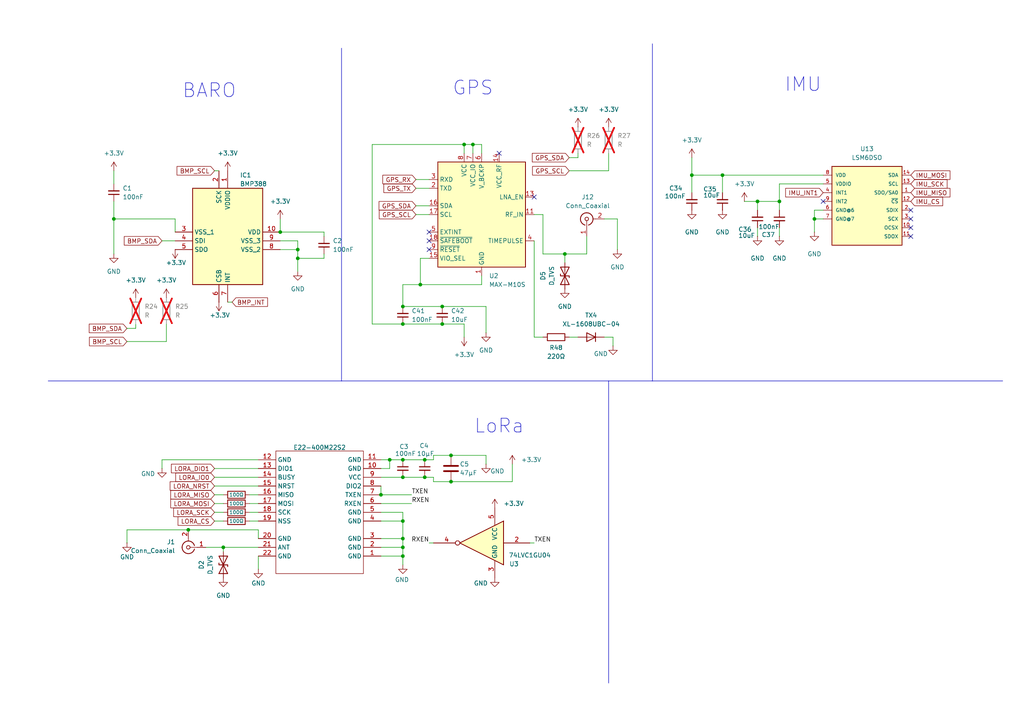
<source format=kicad_sch>
(kicad_sch (version 20250114) (generator "eeschema") (generator_version "9.0")
  (paper "A4")
  (lib_symbols
    (symbol "74xGxx:74LVC1GU04"
      (property "Reference" "U" (at -2.54 3.81 0))
      (property "Value" "74LVC1GU04" (at 0 -3.81 0))
      (symbol "74LVC1GU04_0_1"
        (polyline (pts (xy -7.62 6.35) (xy -7.62 -6.35) (xy 5.08 0) (xy -7.62 6.35)) (stroke (width 0.254)) (fill (type background)))
      )
      (symbol "74LVC1GU04_1_1"
        (pin input line (at -15.24 0 0) (length 7.62) (name "~") (number "2"))
        (pin no_connect line (at -7.62 2.54 0) (length 2.54) (hide yes) (name "NC") (number "1"))
        (pin power_in line (at -5.08 10.16 270) (length 5.08) (name "VCC") (number "5"))
        (pin power_in line (at -5.08 -10.16 90) (length 5.08) (name "GND") (number "3"))
        (pin output inverted (at 12.7 0 180) (length 7.62) (name "~") (number "4"))
      )
    )
    (symbol "BMP388:BMP388"
      (property "Reference" "IC" (at 26.67 17.78 0))
      (property "Value" "BMP388" (at 26.67 15.24 0))
      (symbol "BMP388_1_1"
        (rectangle (start 5.08 12.7) (end 25.4 -15.24) (stroke (width 0.254)) (fill (type background)))
        (pin passive line (at 0 0 0) (length 5.08) (name "VSS_1") (number "3"))
        (pin passive line (at 0 -2.54 0) (length 5.08) (name "SDI") (number "4"))
        (pin passive line (at 0 -5.08 0) (length 5.08) (name "SDO") (number "5"))
        (pin passive line (at 12.7 17.78 270) (length 5.08) (name "SCK") (number "2"))
        (pin passive line (at 12.7 -20.32 90) (length 5.08) (name "CSB") (number "6"))
        (pin passive line (at 15.24 17.78 270) (length 5.08) (name "VDDIO") (number "1"))
        (pin passive line (at 15.24 -20.32 90) (length 5.08) (name "INT") (number "7"))
        (pin passive line (at 30.48 0 180) (length 5.08) (name "VDD") (number "10"))
        (pin passive line (at 30.48 -2.54 180) (length 5.08) (name "VSS_3") (number "9"))
        (pin passive line (at 30.48 -5.08 180) (length 5.08) (name "VSS_2") (number "8"))
      )
    )
    (symbol "Connector:Conn_Coaxial" (pin_names (offset 1.016) (hide yes))
      (property "Reference" "J" (at 0.254 3.048 0))
      (property "Value" "Conn_Coaxial" (at 2.921 0 90))
      (symbol "Conn_Coaxial_0_1"
        (polyline (pts (xy -2.54 0) (xy -0.508 0)))
        (arc (start 1.778 0) (mid 0.222 -1.8079) (end -1.778 -0.508) (stroke (width 0.254)))
        (arc (start -1.778 0.508) (mid 0.2221 1.8084) (end 1.778 0) (stroke (width 0.254)))
        (circle (center 0 0) (radius 0.508) (stroke (width 0.2032)))
        (polyline (pts (xy 0 -2.54) (xy 0 -1.778)))
      )
      (symbol "Conn_Coaxial_1_1"
        (pin passive line (at -5.08 0 0) (length 2.54) (name "In") (number "1"))
        (pin passive line (at 0 -5.08 90) (length 2.54) (name "Ext") (number "2"))
      )
    )
    (symbol "Device:C" (pin_numbers (hide yes)) (pin_names (offset 0.254))
      (property "Reference" "C" (at 0.635 2.54 0))
      (property "Value" "C" (at 0.635 -2.54 0))
      (symbol "C_0_1"
        (polyline (pts (xy -2.032 0.762) (xy 2.032 0.762)) (stroke (width 0.508)))
        (polyline (pts (xy -2.032 -0.762) (xy 2.032 -0.762)) (stroke (width 0.508)))
      )
      (symbol "C_1_1"
        (pin passive line (at 0 3.81 270) (length 2.794) (name "~") (number "1"))
        (pin passive line (at 0 -3.81 90) (length 2.794) (name "~") (number "2"))
      )
    )
    (symbol "Device:C_Small" (pin_numbers (hide yes)) (pin_names (offset 0.254) (hide yes))
      (property "Reference" "C" (at 0.254 1.778 0))
      (property "Value" "C_Small" (at 0.254 -2.032 0))
      (symbol "C_Small_0_1"
        (polyline (pts (xy -1.524 0.508) (xy 1.524 0.508)) (stroke (width 0.3048)))
        (polyline (pts (xy -1.524 -0.508) (xy 1.524 -0.508)) (stroke (width 0.3302)))
      )
      (symbol "C_Small_1_1"
        (pin passive line (at 0 2.54 270) (length 2.032) (name "~") (number "1"))
        (pin passive line (at 0 -2.54 90) (length 2.032) (name "~") (number "2"))
      )
    )
    (symbol "Device:D_TVS" (pin_numbers (hide yes)) (pin_names (offset 1.016) (hide yes))
      (property "Reference" "D" (at 0 2.54 0))
      (property "Value" "D_TVS" (at 0 -2.54 0))
      (symbol "D_TVS_0_1"
        (polyline (pts (xy -2.54 1.27) (xy -2.54 -1.27) (xy 2.54 1.27) (xy 2.54 -1.27) (xy -2.54 1.27)) (stroke (width 0.254)))
        (polyline (pts (xy 0.508 1.27) (xy 0 1.27) (xy 0 -1.27) (xy -0.508 -1.27)) (stroke (width 0.254)))
        (polyline (pts (xy 1.27 0) (xy -1.27 0)))
      )
      (symbol "D_TVS_1_1"
        (pin passive line (at -3.81 0 0) (length 2.54) (name "A1") (number "1"))
        (pin passive line (at 3.81 0 180) (length 2.54) (name "A2") (number "2"))
      )
    )
    (symbol "Device:R" (pin_numbers (hide yes)) (pin_names (offset 0))
      (property "Reference" "R" (at 2.032 0 90))
      (property "Value" "R" (at 0 0 90))
      (symbol "R_0_1"
        (rectangle (start -1.016 -2.54) (end 1.016 2.54) (stroke (width 0.254)))
      )
      (symbol "R_1_1"
        (pin passive line (at 0 3.81 270) (length 1.27) (name "~") (number "1"))
        (pin passive line (at 0 -3.81 90) (length 1.27) (name "~") (number "2"))
      )
    )
    (symbol "Diode:1SS355VM" (pin_numbers (hide yes)) (pin_names (hide yes))
      (property "Reference" "D" (at 0 2.54 0))
      (property "Value" "1SS355VM" (at 0 -2.54 0))
      (symbol "1SS355VM_0_1"
        (polyline (pts (xy -1.27 1.27) (xy -1.27 -1.27)) (stroke (width 0.254)))
        (polyline (pts (xy 1.27 1.27) (xy 1.27 -1.27) (xy -1.27 0) (xy 1.27 1.27)) (stroke (width 0.254)))
        (polyline (pts (xy 1.27 0) (xy -1.27 0)))
      )
      (symbol "1SS355VM_1_1"
        (pin passive line (at -3.81 0 0) (length 2.54) (name "K") (number "1"))
        (pin passive line (at 3.81 0 180) (length 2.54) (name "A") (number "2"))
      )
    )
    (symbol "LSM6DSO:LSM6DSO" (pin_names (offset 1.016))
      (property "Reference" "U" (at -10.16 13.208 0))
      (symbol "LSM6DSO_0_0"
        (rectangle (start -10.16 -10.16) (end 10.16 12.7) (stroke (width 0.254)) (fill (type background)))
        (pin bidirectional line (at -12.7 10.16 0) (length 2.54) (name "VDD") (number "8"))
        (pin bidirectional line (at -12.7 7.62 0) (length 2.54) (name "VDDIO") (number "5"))
        (pin bidirectional line (at -12.7 5.08 0) (length 2.54) (name "INT1") (number "4"))
        (pin bidirectional line (at -12.7 2.54 0) (length 2.54) (name "INT2") (number "9"))
        (pin bidirectional line (at -12.7 0 0) (length 2.54) (name "GND@6") (number "6"))
        (pin bidirectional line (at -12.7 -2.54 0) (length 2.54) (name "GND@7") (number "7"))
        (pin bidirectional line (at 12.7 10.16 180) (length 2.54) (name "SDA") (number "14"))
        (pin bidirectional line (at 12.7 7.62 180) (length 2.54) (name "SCL") (number "13"))
        (pin bidirectional line (at 12.7 5.08 180) (length 2.54) (name "SDO/SA0") (number "1"))
        (pin bidirectional line (at 12.7 2.54 180) (length 2.54) (name "~{CS}") (number "12"))
        (pin bidirectional line (at 12.7 0 180) (length 2.54) (name "SDIX") (number "2"))
        (pin bidirectional line (at 12.7 -2.54 180) (length 2.54) (name "SCX") (number "3"))
        (pin bidirectional line (at 12.7 -5.08 180) (length 2.54) (name "OCSX") (number "10"))
        (pin bidirectional line (at 12.7 -7.62 180) (length 2.54) (name "SDOX") (number "11"))
      )
    )
    (symbol "My:E22-400M22S"
      (property "Reference" "U" (at 0 0 0))
      (symbol "E22-400M22S_0_1"
        (rectangle (start -12.7 17.78) (end 12.7 -17.78))
      )
      (symbol "E22-400M22S_1_1"
        (pin unspecified line (at -17.78 15.24 0) (length 5.08) (name "GND") (number "12"))
        (pin unspecified line (at -17.78 12.7 0) (length 5.08) (name "DIO1") (number "13"))
        (pin unspecified line (at -17.78 10.16 0) (length 5.08) (name "BUSY") (number "14"))
        (pin unspecified line (at -17.78 7.62 0) (length 5.08) (name "NRST") (number "15"))
        (pin unspecified line (at -17.78 5.08 0) (length 5.08) (name "MISO") (number "16"))
        (pin unspecified line (at -17.78 2.54 0) (length 5.08) (name "MOSI") (number "17"))
        (pin unspecified line (at -17.78 0 0) (length 5.08) (name "SCK") (number "18"))
        (pin unspecified line (at -17.78 -2.54 0) (length 5.08) (name "NSS") (number "19"))
        (pin unspecified line (at -17.78 -7.62 0) (length 5.08) (name "GND") (number "20"))
        (pin unspecified line (at -17.78 -10.16 0) (length 5.08) (name "ANT") (number "21"))
        (pin unspecified line (at -17.78 -12.7 0) (length 5.08) (name "GND") (number "22"))
        (pin unspecified line (at 17.78 15.24 180) (length 5.08) (name "GND") (number "11"))
        (pin unspecified line (at 17.78 12.7 180) (length 5.08) (name "GND") (number "10"))
        (pin unspecified line (at 17.78 10.16 180) (length 5.08) (name "VCC") (number "9"))
        (pin unspecified line (at 17.78 7.62 180) (length 5.08) (name "DIO2") (number "8"))
        (pin unspecified line (at 17.78 5.08 180) (length 5.08) (name "TXEN") (number "7"))
        (pin unspecified line (at 17.78 2.54 180) (length 5.08) (name "RXEN") (number "6"))
        (pin unspecified line (at 17.78 0 180) (length 5.08) (name "GND") (number "5"))
        (pin unspecified line (at 17.78 -2.54 180) (length 5.08) (name "GND") (number "4"))
        (pin unspecified line (at 17.78 -7.62 180) (length 5.08) (name "GND") (number "3"))
        (pin unspecified line (at 17.78 -10.16 180) (length 5.08) (name "GND") (number "2"))
        (pin unspecified line (at 17.78 -12.7 180) (length 5.08) (name "GND") (number "1"))
      )
    )
    (symbol "RF_GPS:MAX-M10S"
      (property "Reference" "U" (at -10.16 16.51 0))
      (property "Value" "MAX-M10S" (at 11.43 16.51 0))
      (symbol "MAX-M10S_0_1"
        (rectangle (start 12.7 15.24) (end -12.7 -15.24) (stroke (width 0.254)) (fill (type background)))
      )
      (symbol "MAX-M10S_1_1"
        (pin input line (at -15.24 10.16 0) (length 2.54) (name "RXD") (number "3"))
        (pin output line (at -15.24 7.62 0) (length 2.54) (name "TXD") (number "2"))
        (pin bidirectional line (at -15.24 2.54 0) (length 2.54) (name "SDA") (number "16"))
        (pin input line (at -15.24 0 0) (length 2.54) (name "SCL") (number "17"))
        (pin input line (at -15.24 -5.08 0) (length 2.54) (name "EXTINT") (number "5"))
        (pin input line (at -15.24 -7.62 0) (length 2.54) (name "~{SAFEBOOT}") (number "18"))
        (pin input line (at -15.24 -10.16 0) (length 2.54) (name "~{RESET}") (number "9"))
        (pin input line (at -15.24 -12.7 0) (length 2.54) (name "VIO_SEL") (number "15"))
        (pin power_in line (at -5.08 17.78 270) (length 2.54) (name "VCC") (number "8"))
        (pin power_in line (at -2.54 17.78 270) (length 2.54) (name "VCC_IO") (number "7"))
        (pin power_in line (at 0 17.78 270) (length 2.54) (name "V_BCKP") (number "6"))
        (pin power_in line (at 0 -17.78 90) (length 2.54) (name "GND") (number "1"))
        (pin passive line (at 0 -17.78 90) (length 2.54) (hide yes) (name "GND") (number "10"))
        (pin passive line (at 0 -17.78 90) (length 2.54) (hide yes) (name "GND") (number "12"))
        (pin power_out line (at 5.08 17.78 270) (length 2.54) (name "VCC_RF") (number "14"))
        (pin output line (at 15.24 5.08 180) (length 2.54) (name "LNA_EN") (number "13"))
        (pin input line (at 15.24 0 180) (length 2.54) (name "RF_IN") (number "11"))
        (pin output line (at 15.24 -7.62 180) (length 2.54) (name "TIMEPULSE") (number "4"))
      )
    )
    (symbol "power:+3.3V" (power) (pin_numbers (hide yes)) (pin_names (offset 0) (hide yes))
      (property "Value" "+3.3V" (at 0 3.556 0))
      (symbol "+3.3V_0_1"
        (polyline (pts (xy -0.762 1.27) (xy 0 2.54)))
        (polyline (pts (xy 0 2.54) (xy 0.762 1.27)))
        (polyline (pts (xy 0 0) (xy 0 2.54)))
      )
      (symbol "+3.3V_1_1"
        (pin power_in line (at 0 0 90) (length 0) (name "~") (number "1"))
      )
    )
    (symbol "power:GND" (power) (pin_numbers (hide yes)) (pin_names (offset 0) (hide yes))
      (property "Value" "GND" (at 0 -3.81 0))
      (symbol "GND_0_1"
        (polyline (pts (xy 0 0) (xy 0 -1.27) (xy 1.27 -1.27) (xy 0 -2.54) (xy -1.27 -1.27) (xy 0 -1.27)))
      )
      (symbol "GND_1_1"
        (pin power_in line (at 0 0 270) (length 0) (name "~") (number "1"))
      )
    )
  )
  (text "GPS" (at 137.16 25.654 0) (effects (font (size 4 4))))
  (text "IMU" (at 232.918 24.638 0) (effects (font (size 4 4))))
  (text "LoRa" (at 144.78 123.698 0) (effects (font (size 4 4))))
  (text "BARO" (at 60.706 26.416 0) (effects (font (size 4 4))))
  (junction (at 226.06 58.42))
  (junction (at 116.84 158.75))
  (junction (at 130.81 132.08))
  (junction (at 64.77 158.75))
  (junction (at 134.62 41.91))
  (junction (at 121.92 82.55))
  (junction (at 116.84 88.9))
  (junction (at 86.36 74.93))
  (junction (at 123.19 133.35))
  (junction (at 128.27 93.98))
  (junction (at 81.28 67.31))
  (junction (at 116.84 156.21))
  (junction (at 137.16 41.91))
  (junction (at 110.49 143.51))
  (junction (at 209.55 50.8))
  (junction (at 123.19 138.43))
  (junction (at 116.84 161.29))
  (junction (at 128.27 88.9))
  (junction (at 116.84 133.35))
  (junction (at 54.61 153.67))
  (junction (at 33.02 63.5))
  (junction (at 163.83 73.66))
  (junction (at 113.03 133.35))
  (junction (at 86.36 72.39))
  (junction (at 219.71 58.42))
  (junction (at 116.84 138.43))
  (junction (at 130.81 139.7))
  (junction (at 200.66 50.8))
  (junction (at 116.84 151.13))
  (junction (at 116.84 93.98))
  (junction (at 236.22 63.5))
  (no_connect (at 264.16 63.5))
  (no_connect (at 124.46 67.31))
  (no_connect (at 154.94 57.15))
  (no_connect (at 264.16 60.96))
  (no_connect (at 264.16 66.04))
  (no_connect (at 124.46 72.39))
  (no_connect (at 144.78 44.45))
  (no_connect (at 124.46 69.85))
  (no_connect (at 264.16 68.58))
  (no_connect (at 238.76 58.42))
  (wire (pts (xy 59.69 158.75) (xy 64.77 158.75)))
  (wire (pts (xy 125.73 132.08) (xy 130.81 132.08)))
  (wire (pts (xy 236.22 63.5) (xy 236.22 67.31)))
  (wire (pts (xy 110.49 143.51) (xy 119.38 143.51)))
  (wire (pts (xy 154.94 97.79) (xy 157.48 97.79)))
  (wire (pts (xy 167.64 45.72) (xy 167.64 44.45)))
  (wire (pts (xy 177.8 97.79) (xy 175.26 97.79)))
  (wire (pts (xy 148.59 139.7) (xy 130.81 139.7)))
  (wire (pts (xy 137.16 41.91) (xy 139.7 41.91)))
  (wire (pts (xy 238.76 60.96) (xy 236.22 60.96)))
  (polyline (pts (xy 99.06 110.49) (xy 99.06 13.97)))
  (wire (pts (xy 157.48 62.23) (xy 157.48 73.66)))
  (wire (pts (xy 116.84 151.13) (xy 116.84 156.21)))
  (wire (pts (xy 62.23 49.53) (xy 63.5 49.53)))
  (wire (pts (xy 116.84 133.35) (xy 123.19 133.35)))
  (wire (pts (xy 116.84 88.9) (xy 116.84 82.55)))
  (wire (pts (xy 219.71 58.42) (xy 215.9 58.42)))
  (wire (pts (xy 123.19 133.35) (xy 125.73 133.35)))
  (wire (pts (xy 110.49 133.35) (xy 113.03 133.35)))
  (wire (pts (xy 209.55 50.8) (xy 238.76 50.8)))
  (polyline (pts (xy 176.53 198.12) (xy 176.53 110.49)))
  (wire (pts (xy 170.18 68.58) (xy 170.18 73.66)))
  (wire (pts (xy 116.84 156.21) (xy 116.84 158.75)))
  (wire (pts (xy 64.77 158.75) (xy 74.93 158.75)))
  (wire (pts (xy 33.02 58.42) (xy 33.02 63.5)))
  (wire (pts (xy 124.46 74.93) (xy 121.92 74.93)))
  (wire (pts (xy 154.94 69.85) (xy 154.94 97.79)))
  (wire (pts (xy 33.02 73.66) (xy 33.02 63.5)))
  (wire (pts (xy 48.26 99.06) (xy 48.26 93.98)))
  (wire (pts (xy 36.83 153.67) (xy 36.83 157.48)))
  (wire (pts (xy 33.02 63.5) (xy 50.8 63.5)))
  (wire (pts (xy 72.39 146.05) (xy 74.93 146.05)))
  (wire (pts (xy 128.27 88.9) (xy 140.97 88.9)))
  (wire (pts (xy 165.1 49.53) (xy 176.53 49.53)))
  (wire (pts (xy 72.39 143.51) (xy 74.93 143.51)))
  (wire (pts (xy 137.16 41.91) (xy 137.16 44.45)))
  (wire (pts (xy 116.84 138.43) (xy 123.19 138.43)))
  (wire (pts (xy 134.62 41.91) (xy 134.62 44.45)))
  (wire (pts (xy 120.65 62.23) (xy 124.46 62.23)))
  (wire (pts (xy 62.23 146.05) (xy 64.77 146.05)))
  (wire (pts (xy 62.23 148.59) (xy 64.77 148.59)))
  (wire (pts (xy 125.73 138.43) (xy 125.73 139.7)))
  (wire (pts (xy 219.71 66.04) (xy 219.71 68.58)))
  (polyline (pts (xy 290.83 110.49) (xy 189.23 110.49)))
  (wire (pts (xy 177.8 100.33) (xy 177.8 97.79)))
  (wire (pts (xy 120.65 52.07) (xy 124.46 52.07)))
  (wire (pts (xy 238.76 53.34) (xy 226.06 53.34)))
  (wire (pts (xy 46.99 69.85) (xy 50.8 69.85)))
  (wire (pts (xy 113.03 133.35) (xy 116.84 133.35)))
  (wire (pts (xy 120.65 54.61) (xy 124.46 54.61)))
  (wire (pts (xy 153.67 157.48) (xy 154.94 157.48)))
  (wire (pts (xy 81.28 67.31) (xy 93.98 67.31)))
  (wire (pts (xy 81.28 63.5) (xy 81.28 67.31)))
  (wire (pts (xy 120.65 59.69) (xy 124.46 59.69)))
  (wire (pts (xy 165.1 45.72) (xy 167.64 45.72)))
  (wire (pts (xy 134.62 93.98) (xy 134.62 97.79)))
  (wire (pts (xy 64.77 158.75) (xy 64.77 160.02)))
  (wire (pts (xy 200.66 50.8) (xy 209.55 50.8)))
  (wire (pts (xy 121.92 74.93) (xy 121.92 82.55)))
  (wire (pts (xy 36.83 95.25) (xy 39.37 95.25)))
  (wire (pts (xy 130.81 132.08) (xy 140.97 132.08)))
  (wire (pts (xy 74.93 156.21) (xy 74.93 153.67)))
  (wire (pts (xy 163.83 73.66) (xy 170.18 73.66)))
  (wire (pts (xy 72.39 148.59) (xy 74.93 148.59)))
  (wire (pts (xy 116.84 93.98) (xy 128.27 93.98)))
  (wire (pts (xy 86.36 72.39) (xy 86.36 74.93)))
  (wire (pts (xy 93.98 68.58) (xy 93.98 67.31)))
  (wire (pts (xy 74.93 133.35) (xy 46.99 133.35)))
  (wire (pts (xy 179.07 63.5) (xy 179.07 72.39)))
  (wire (pts (xy 107.95 93.98) (xy 116.84 93.98)))
  (wire (pts (xy 116.84 158.75) (xy 116.84 161.29)))
  (wire (pts (xy 167.64 97.79) (xy 165.1 97.79)))
  (wire (pts (xy 226.06 66.04) (xy 226.06 68.58)))
  (wire (pts (xy 110.49 135.89) (xy 113.03 135.89)))
  (wire (pts (xy 200.66 45.72) (xy 200.66 50.8)))
  (wire (pts (xy 110.49 140.97) (xy 110.49 143.51)))
  (wire (pts (xy 66.04 87.63) (xy 67.31 87.63)))
  (wire (pts (xy 62.23 138.43) (xy 74.93 138.43)))
  (wire (pts (xy 176.53 49.53) (xy 176.53 44.45)))
  (wire (pts (xy 110.49 156.21) (xy 116.84 156.21)))
  (wire (pts (xy 72.39 151.13) (xy 74.93 151.13)))
  (wire (pts (xy 139.7 41.91) (xy 139.7 44.45)))
  (wire (pts (xy 33.02 49.53) (xy 33.02 53.34)))
  (wire (pts (xy 134.62 41.91) (xy 137.16 41.91)))
  (wire (pts (xy 110.49 146.05) (xy 119.38 146.05)))
  (wire (pts (xy 125.73 133.35) (xy 125.73 132.08)))
  (wire (pts (xy 125.73 139.7) (xy 130.81 139.7)))
  (wire (pts (xy 219.71 58.42) (xy 219.71 60.96)))
  (wire (pts (xy 81.28 72.39) (xy 86.36 72.39)))
  (wire (pts (xy 81.28 69.85) (xy 86.36 69.85)))
  (wire (pts (xy 50.8 63.5) (xy 50.8 67.31)))
  (wire (pts (xy 157.48 73.66) (xy 163.83 73.66)))
  (wire (pts (xy 139.7 82.55) (xy 139.7 80.01)))
  (wire (pts (xy 86.36 72.39) (xy 86.36 69.85)))
  (wire (pts (xy 236.22 63.5) (xy 238.76 63.5)))
  (polyline (pts (xy 99.06 110.49) (xy 13.97 110.49)))
  (wire (pts (xy 39.37 95.25) (xy 39.37 93.98)))
  (wire (pts (xy 209.55 50.8) (xy 209.55 55.88)))
  (wire (pts (xy 110.49 148.59) (xy 116.84 148.59)))
  (wire (pts (xy 93.98 74.93) (xy 86.36 74.93)))
  (wire (pts (xy 62.23 143.51) (xy 64.77 143.51)))
  (wire (pts (xy 110.49 161.29) (xy 116.84 161.29)))
  (wire (pts (xy 175.26 63.5) (xy 179.07 63.5)))
  (wire (pts (xy 93.98 74.93) (xy 93.98 73.66)))
  (wire (pts (xy 124.46 157.48) (xy 125.73 157.48)))
  (wire (pts (xy 86.36 74.93) (xy 86.36 78.74)))
  (wire (pts (xy 116.84 161.29) (xy 116.84 163.83)))
  (wire (pts (xy 123.19 138.43) (xy 125.73 138.43)))
  (wire (pts (xy 107.95 41.91) (xy 107.95 93.98)))
  (wire (pts (xy 36.83 99.06) (xy 48.26 99.06)))
  (wire (pts (xy 148.59 134.62) (xy 148.59 139.7)))
  (wire (pts (xy 107.95 41.91) (xy 134.62 41.91)))
  (wire (pts (xy 116.84 88.9) (xy 128.27 88.9)))
  (wire (pts (xy 226.06 53.34) (xy 226.06 58.42)))
  (wire (pts (xy 200.66 50.8) (xy 200.66 55.88)))
  (polyline (pts (xy 176.53 110.49) (xy 99.06 110.49)))
  (wire (pts (xy 154.94 62.23) (xy 157.48 62.23)))
  (wire (pts (xy 36.83 153.67) (xy 54.61 153.67)))
  (polyline (pts (xy 189.23 110.49) (xy 189.23 12.7)))
  (wire (pts (xy 110.49 158.75) (xy 116.84 158.75)))
  (wire (pts (xy 113.03 135.89) (xy 113.03 133.35)))
  (wire (pts (xy 140.97 132.08) (xy 140.97 134.62)))
  (wire (pts (xy 163.83 73.66) (xy 163.83 76.2)))
  (wire (pts (xy 226.06 58.42) (xy 226.06 60.96)))
  (wire (pts (xy 62.23 151.13) (xy 64.77 151.13)))
  (wire (pts (xy 62.23 140.97) (xy 74.93 140.97)))
  (polyline (pts (xy 189.23 110.49) (xy 176.53 110.49)))
  (wire (pts (xy 226.06 58.42) (xy 219.71 58.42)))
  (wire (pts (xy 46.99 135.89) (xy 46.99 133.35)))
  (wire (pts (xy 116.84 148.59) (xy 116.84 151.13)))
  (wire (pts (xy 128.27 93.98) (xy 134.62 93.98)))
  (wire (pts (xy 236.22 60.96) (xy 236.22 63.5)))
  (wire (pts (xy 54.61 153.67) (xy 74.93 153.67)))
  (wire (pts (xy 140.97 88.9) (xy 140.97 96.52)))
  (wire (pts (xy 116.84 82.55) (xy 121.92 82.55)))
  (wire (pts (xy 121.92 82.55) (xy 139.7 82.55)))
  (wire (pts (xy 74.93 161.29) (xy 74.93 165.1)))
  (wire (pts (xy 110.49 151.13) (xy 116.84 151.13)))
  (wire (pts (xy 110.49 138.43) (xy 116.84 138.43)))
  (wire (pts (xy 62.23 135.89) (xy 74.93 135.89)))
  (label "RXEN" (at 119.38 146.05 0))
  (label "TXEN" (at 154.94 157.48 0))
  (label "RXEN" (at 124.46 157.48 180))
  (label "TXEN" (at 119.38 143.51 0))
  (global_label "IMU_MISO" (shape input) (at 264.16 55.88 0) (property "Intersheetrefs" "${INTERSHEET_REFS}" (effects (hide yes))))
  (global_label "GPS_SDA" (shape input) (at 165.1 45.72 180) (property "Intersheetrefs" "${INTERSHEET_REFS}" (effects (hide yes))))
  (global_label "LORA_MOSI" (shape input) (at 62.23 146.05 180) (property "Intersheetrefs" "${INTERSHEET_REFS}" (effects (hide yes))))
  (global_label "IMU_INT1" (shape input) (at 238.76 55.88 180) (property "Intersheetrefs" "${INTERSHEET_REFS}" (effects (hide yes))))
  (global_label "LORA_NRST" (shape input) (at 62.23 140.97 180) (property "Intersheetrefs" "${INTERSHEET_REFS}" (effects (hide yes))))
  (global_label "LORA_MISO" (shape input) (at 62.23 143.51 180) (property "Intersheetrefs" "${INTERSHEET_REFS}" (effects (hide yes))))
  (global_label "GPS_SCL" (shape input) (at 120.65 62.23 180) (property "Intersheetrefs" "${INTERSHEET_REFS}" (effects (hide yes))))
  (global_label "IMU_SCK" (shape input) (at 264.16 53.34 0) (property "Intersheetrefs" "${INTERSHEET_REFS}" (effects (hide yes))))
  (global_label "LORA_SCK" (shape input) (at 62.23 148.59 180) (property "Intersheetrefs" "${INTERSHEET_REFS}" (effects (hide yes))))
  (global_label "IMU_MOSI" (shape input) (at 264.16 50.8 0) (property "Intersheetrefs" "${INTERSHEET_REFS}" (effects (hide yes))))
  (global_label "BMP_SCL" (shape input) (at 62.23 49.53 180) (property "Intersheetrefs" "${INTERSHEET_REFS}" (effects (hide yes))))
  (global_label "BMP_SDA" (shape input) (at 36.83 95.25 180) (property "Intersheetrefs" "${INTERSHEET_REFS}" (effects (hide yes))))
  (global_label "LORA_CS" (shape input) (at 62.23 151.13 180) (property "Intersheetrefs" "${INTERSHEET_REFS}" (effects (hide yes))))
  (global_label "GPS_SDA" (shape input) (at 120.65 59.69 180) (property "Intersheetrefs" "${INTERSHEET_REFS}" (effects (hide yes))))
  (global_label "GPS_SCL" (shape input) (at 165.1 49.53 180) (property "Intersheetrefs" "${INTERSHEET_REFS}" (effects (hide yes))))
  (global_label "BMP_SDA" (shape input) (at 46.99 69.85 180) (property "Intersheetrefs" "${INTERSHEET_REFS}" (effects (hide yes))))
  (global_label "GPS_TX" (shape input) (at 120.65 54.61 180) (property "Intersheetrefs" "${INTERSHEET_REFS}" (effects (hide yes))))
  (global_label "BMP_INT" (shape input) (at 67.31 87.63 0) (property "Intersheetrefs" "${INTERSHEET_REFS}" (effects (hide yes))))
  (global_label "LORA_DIO1" (shape input) (at 62.23 135.89 180) (property "Intersheetrefs" "${INTERSHEET_REFS}" (effects (hide yes))))
  (global_label "BMP_SCL" (shape input) (at 36.83 99.06 180) (property "Intersheetrefs" "${INTERSHEET_REFS}" (effects (hide yes))))
  (global_label "GPS_RX" (shape input) (at 120.65 52.07 180) (property "Intersheetrefs" "${INTERSHEET_REFS}" (effects (hide yes))))
  (global_label "IMU_CS" (shape input) (at 264.16 58.42 0) (property "Intersheetrefs" "${INTERSHEET_REFS}" (effects (hide yes))))
  (global_label "LORA_IO0" (shape input) (at 62.23 138.43 180) (property "Intersheetrefs" "${INTERSHEET_REFS}" (effects (hide yes))))
  (symbol (lib_id "power:+3.3V") (at 167.64 36.83 0) (unit 1)
    (property "Reference" "#PWR0123" (effects (hide yes)))
    (property "Value" "+3.3V" (at 167.64 31.75 0))
    (property "Description" "Power symbol creates a global label with name \"+3.3V\"" (effects (hide yes)))
  )
  (symbol (lib_id "Connector:Conn_Coaxial") (at 54.61 158.75 180) (unit 1)
    (property "Reference" "J1" (at 50.8 157.1867 0) (effects (justify left)))
    (property "Value" "Conn_Coaxial" (at 50.8 159.7267 0) (effects (justify left)))
    (property "Footprint" "Connector_Coaxial:SMA_Molex_73251-2200_Horizontal" (effects (hide yes)))
    (property "Description" "coaxial connector (BNC, SMA, SMB, SMC, Cinch/RCA, LEMO, ...)" (effects (hide yes)))
  )
  (symbol (lib_id "power:+3.3V") (at 50.8 72.39 180) (unit 1)
    (property "Reference" "#PWR03" (effects (hide yes)))
    (property "Value" "+3.3V" (at 51.054 76.2 0))
    (property "Description" "Power symbol creates a global label with name \"+3.3V\"" (effects (hide yes)))
  )
  (symbol (lib_id "power:GND") (at 219.71 68.58 0) (unit 1)
    (property "Reference" "#PWR0119" (effects (hide yes)))
    (property "Value" "GND" (at 219.71 74.93 0))
    (property "Description" "Power symbol creates a global label with name \"GND\" , ground" (effects (hide yes)))
  )
  (symbol (lib_id "power:GND") (at 163.83 83.82 0) (unit 1)
    (property "Reference" "#PWR091" (effects (hide yes)))
    (property "Value" "GND" (at 163.83 88.9 0))
    (property "Description" "Power symbol creates a global label with name \"GND\" , ground" (effects (hide yes)))
  )
  (symbol (lib_id "power:GND") (at 64.77 167.64 0) (unit 1)
    (property "Reference" "#PWR0140" (effects (hide yes)))
    (property "Value" "GND" (at 64.77 172.72 0))
    (property "Description" "Power symbol creates a global label with name \"GND\" , ground" (effects (hide yes)))
  )
  (symbol (lib_id "Device:C") (at 130.81 135.89 0) (unit 1)
    (property "Reference" "C5" (at 133.35 134.62 0) (effects (justify left)))
    (property "Value" "47 µF" (at 133.35 137.16 0) (effects (justify left)))
    (property "Footprint" "Capacitor_SMD:C_1206_3216Metric" (effects (hide yes)))
    (property "Description" "Unpolarized capacitor" (effects (hide yes)))
  )
  (symbol (lib_id "Device:R") (at 68.58 148.59 90) (unit 1)
    (property "Reference" "R3" (effects (hide yes)))
    (property "Value" "100Ω" (at 68.58 148.59 90) (effects (font (size 1.016 1.016))))
    (property "Footprint" "Resistor_SMD:R_0402_1005Metric" (effects (hide yes)))
    (property "Description" "Resistor" (effects (hide yes)))
  )
  (symbol (lib_id "Device:R") (at 68.58 146.05 90) (unit 1)
    (property "Reference" "R2" (effects (hide yes)))
    (property "Value" "100Ω" (at 68.58 146.05 90) (effects (font (size 1.016 1.016))))
    (property "Footprint" "Resistor_SMD:R_0402_1005Metric" (effects (hide yes)))
    (property "Description" "Resistor" (effects (hide yes)))
  )
  (symbol (lib_id "Device:C_Small") (at 116.84 91.44 180) (unit 1)
    (property "Reference" "C41" (at 119.38 90.1635 0) (effects (justify right)))
    (property "Value" "100nF" (at 119.38 92.7035 0) (effects (justify right)))
    (property "Footprint" "Capacitor_SMD:C_0402_1005Metric" (effects (hide yes)))
    (property "Description" "Unpolarized capacitor, small symbol" (effects (hide yes)))
  )
  (symbol (lib_id "Connector:Conn_Coaxial") (at 170.18 63.5 90) (unit 1)
    (property "Reference" "J12" (at 170.4732 57.15 90))
    (property "Value" "Conn_Coaxial" (at 170.4732 59.69 90))
    (property "Footprint" "Connector_Coaxial:SMA_Molex_73251-2200_Horizontal" (effects (hide yes)))
    (property "Description" "coaxial connector (BNC, SMA, SMB, SMC, Cinch/RCA, LEMO, ...)" (effects (hide yes)))
  )
  (symbol (lib_id "BMP388:BMP388") (at 50.8 67.31 0) (unit 1)
    (property "Reference" "IC1" (at 69.596 50.8 0) (effects (justify left)))
    (property "Value" "BMP388" (at 69.596 53.34 0) (effects (justify left)))
    (property "Footprint" "Package_LGA:ST_HLGA-10_2x2mm_P0.5mm_LayoutBorder3x2y" (effects (hide yes)))
    (property "Datasheet" "https://ae-bst.resource.bosch.com/media/_tech/media/datasheets/BST-BMP388-DS001.pdf" (effects (hide yes)))
    (property "Description" "Board Mount Pressure Sensors MEMS Absolute Barometric Pressure Sensor" (effects (hide yes)))
    (property "Height" "0.8" (effects (hide yes)))
    (property "Manufacturer_Name" "BOSCH" (effects (hide yes)))
    (property "Manufacturer_Part_Number" "BMP388" (effects (hide yes)))
  )
  (symbol (lib_id "power:GND") (at 46.99 135.89 0) (unit 1)
    (property "Reference" "#PWR09" (effects (hide yes)))
    (property "Value" "GND" (at 40.894 137.414 0) (effects (justify left)))
    (property "Description" "Power symbol creates a global label with name \"GND\" , ground" (effects (hide yes)))
  )
  (symbol (lib_id "Device:C_Small") (at 226.06 63.5 0) (unit 1)
    (property "Reference" "C37" (at 224.79 68.072 0) (effects (justify right)))
    (property "Value" "100nF" (at 226.06 65.786 0) (effects (justify right)))
    (property "Footprint" "Capacitor_SMD:C_0402_1005Metric" (effects (hide yes)))
    (property "Description" "Unpolarized capacitor, small symbol" (effects (hide yes)))
    (property "MPN" "C0402C104K4RAC7411" (effects (hide yes)))
    (property "Manufacturer" "KEMET" (effects (hide yes)))
  )
  (symbol (lib_id "power:+3.3V") (at 200.66 45.72 0) (unit 1)
    (property "Reference" "#PWR0133" (effects (hide yes)))
    (property "Value" "+3.3V" (at 200.66 40.64 0))
    (property "Description" "Power symbol creates a global label with name \"+3.3V\"" (effects (hide yes)))
  )
  (symbol (lib_id "power:GND") (at 86.36 78.74 0) (unit 1)
    (property "Reference" "#PWR06" (effects (hide yes)))
    (property "Value" "GND" (at 86.36 83.82 0))
    (property "Description" "Power symbol creates a global label with name \"GND\" , ground" (effects (hide yes)))
  )
  (symbol (lib_id "Device:C_Small") (at 93.98 71.12 180) (unit 1)
    (property "Reference" "C2" (at 96.52 69.8435 0) (effects (justify right)))
    (property "Value" "100nF" (at 96.52 72.3835 0) (effects (justify right)))
    (property "Footprint" "Capacitor_SMD:C_0402_1005Metric" (effects (hide yes)))
    (property "Description" "Unpolarized capacitor, small symbol" (effects (hide yes)))
  )
  (symbol (lib_id "Device:D_TVS") (at 64.77 163.83 90) (unit 1)
    (property "Reference" "D2" (at 58.42 163.83 0))
    (property "Value" "D_TVS" (at 60.96 163.83 0))
    (property "Footprint" "Diode_SMD:D_SOD-523" (effects (hide yes)))
    (property "Description" "Bidirectional transient-voltage-suppression diode" (effects (hide yes)))
  )
  (symbol (lib_id "Device:C_Small") (at 219.71 63.5 180) (unit 1)
    (property "Reference" "C36" (at 214.122 66.548 0) (effects (justify right)))
    (property "Value" "10uF" (at 214.122 68.326 0) (effects (justify right)))
    (property "Footprint" "Capacitor_SMD:C_0402_1005Metric" (effects (hide yes)))
    (property "Description" "Unpolarized capacitor, small symbol" (effects (hide yes)))
    (property "MPN" "C0402C106M9PACTU" (effects (hide yes)))
    (property "Manufacturer" "KEMET" (effects (hide yes)))
  )
  (symbol (lib_id "My:E22-400M22S") (at 92.71 148.59 0) (unit 1)
    (property "Reference" "E22-400M22S2" (at 92.71 129.794 0))
    (property "Footprint" "E22-400M22S:E22-400M22S" (effects (hide yes)))
  )
  (symbol (lib_id "power:GND") (at 177.8 100.33 0) (unit 1)
    (property "Reference" "#PWR092" (effects (hide yes)))
    (property "Value" "GND" (at 172.212 102.616 0) (effects (justify left)))
    (property "Description" "Power symbol creates a global label with name \"GND\" , ground" (effects (hide yes)))
  )
  (symbol (lib_id "Device:R") (at 68.58 143.51 90) (unit 1)
    (property "Reference" "R1" (effects (hide yes)))
    (property "Value" "100Ω" (at 68.58 143.51 90) (effects (font (size 1.016 1.016))))
    (property "Footprint" "Resistor_SMD:R_0402_1005Metric" (effects (hide yes)))
    (property "Description" "Resistor" (effects (hide yes)))
  )
  (symbol (lib_id "Device:C_Small") (at 33.02 55.88 180) (unit 1)
    (property "Reference" "C1" (at 35.56 54.6035 0) (effects (justify right)))
    (property "Value" "100nF" (at 35.56 57.1435 0) (effects (justify right)))
    (property "Footprint" "Capacitor_SMD:C_0402_1005Metric" (effects (hide yes)))
    (property "Description" "Unpolarized capacitor, small symbol" (effects (hide yes)))
  )
  (symbol (lib_id "Device:R") (at 176.53 40.64 0) (unit 1) (dnp yes)
    (property "Reference" "R27" (at 179.07 39.3699 0) (effects (justify left)))
    (property "Value" "R" (at 179.07 41.9099 0) (effects (justify left)))
    (property "Footprint" "Resistor_SMD:R_0603_1608Metric" (effects (hide yes)))
    (property "Description" "Resistor" (effects (hide yes)))
  )
  (symbol (lib_id "power:+3.3V") (at 143.51 147.32 0) (unit 1)
    (property "Reference" "#PWR010" (effects (hide yes)))
    (property "Value" "+3.3V" (at 146.05 146.0499 0) (effects (justify left)))
    (property "Description" "Power symbol creates a global label with name \"+3.3V\"" (effects (hide yes)))
  )
  (symbol (lib_id "power:+3.3V") (at 215.9 58.42 0) (unit 1)
    (property "Reference" "#PWR0118" (effects (hide yes)))
    (property "Value" "+3.3V" (at 215.9 53.34 0))
    (property "Description" "Power symbol creates a global label with name \"+3.3V\"" (effects (hide yes)))
  )
  (symbol (lib_id "Device:R") (at 39.37 90.17 0) (unit 1) (dnp yes)
    (property "Reference" "R24" (at 41.91 88.8999 0) (effects (justify left)))
    (property "Value" "R" (at 41.91 91.4399 0) (effects (justify left)))
    (property "Footprint" "Resistor_SMD:R_0603_1608Metric" (effects (hide yes)))
    (property "Description" "Resistor" (effects (hide yes)))
  )
  (symbol (lib_id "power:GND") (at 236.22 67.31 0) (unit 1)
    (property "Reference" "#PWR0115" (effects (hide yes)))
    (property "Value" "GND" (at 236.22 73.66 0))
    (property "Description" "Power symbol creates a global label with name \"GND\" , ground" (effects (hide yes)))
  )
  (symbol (lib_id "Diode:1SS355VM") (at 171.45 97.79 180) (unit 1)
    (property "Reference" "TX4" (at 171.45 91.44 0))
    (property "Value" "XL-1608UBC-04" (at 171.45 93.98 0))
    (property "Footprint" "LED_SMD:LED_0603_1608Metric" (effects (hide yes)))
    (property "Datasheet" "https://fscdn.rohm.com/en/products/databook/datasheet/discrete/diode/switching/1ss355vmte-17-e.pdf" (effects (hide yes)))
    (property "Description" "90V 0.1A high speed switching Diode, SOD-323F" (effects (hide yes)))
    (property "Sim.Device" "D" (effects (hide yes)))
    (property "Sim.Pins" "1=K 2=A" (effects (hide yes)))
  )
  (symbol (lib_id "power:+3.3V") (at 63.5 87.63 180) (unit 1)
    (property "Reference" "#PWR04" (effects (hide yes)))
    (property "Value" "+3.3V" (at 63.754 91.44 0))
    (property "Description" "Power symbol creates a global label with name \"+3.3V\"" (effects (hide yes)))
  )
  (symbol (lib_id "Device:R") (at 161.29 97.79 270) (unit 1)
    (property "Reference" "R48" (at 161.29 100.838 90))
    (property "Value" "220Ω" (at 161.29 103.378 90))
    (property "Footprint" "Resistor_SMD:R_0402_1005Metric" (effects (hide yes)))
    (property "Description" "Resistor" (effects (hide yes)))
  )
  (symbol (lib_id "power:GND") (at 226.06 68.58 0) (unit 1)
    (property "Reference" "#PWR0120" (effects (hide yes)))
    (property "Value" "GND" (at 226.06 74.93 0))
    (property "Description" "Power symbol creates a global label with name \"GND\" , ground" (effects (hide yes)))
  )
  (symbol (lib_id "power:+3.3V") (at 148.59 134.62 0) (unit 1)
    (property "Reference" "#PWR017" (effects (hide yes)))
    (property "Value" "+3.3V" (at 151.13 133.3499 0) (effects (justify left)))
    (property "Description" "Power symbol creates a global label with name \"+3.3V\"" (effects (hide yes)))
  )
  (symbol (lib_id "power:+3.3V") (at 48.26 86.36 0) (unit 1)
    (property "Reference" "#PWR0122" (effects (hide yes)))
    (property "Value" "+3.3V" (at 48.26 81.28 0))
    (property "Description" "Power symbol creates a global label with name \"+3.3V\"" (effects (hide yes)))
  )
  (symbol (lib_id "power:GND") (at 140.97 96.52 0) (unit 1)
    (property "Reference" "#PWR083" (effects (hide yes)))
    (property "Value" "GND" (at 140.97 101.6 0))
    (property "Description" "Power symbol creates a global label with name \"GND\" , ground" (effects (hide yes)))
  )
  (symbol (lib_id "74xGxx:74LVC1GU04") (at 138.43 157.48 0) (mirror y) (unit 1)
    (property "Reference" "U3" (at 149.098 163.576 0))
    (property "Value" "74LVC1GU04" (at 153.67 161.036 0))
    (property "Footprint" "Package_TO_SOT_SMD:SOT-23-5" (effects (hide yes)))
    (property "Datasheet" "http://www.ti.com/lit/sg/scyt129e/scyt129e.pdf" (effects (hide yes)))
    (property "Description" "74LVC1G04, Single NOT Gate, Low-Voltage CMOS" (effects (hide yes)))
  )
  (symbol (lib_id "power:GND") (at 209.55 60.96 0) (unit 1)
    (property "Reference" "#PWR0117" (effects (hide yes)))
    (property "Value" "GND" (at 209.55 67.31 0))
    (property "Description" "Power symbol creates a global label with name \"GND\" , ground" (effects (hide yes)))
  )
  (symbol (lib_id "power:GND") (at 140.97 134.62 0) (unit 1)
    (property "Reference" "#PWR016" (effects (hide yes)))
    (property "Value" "GND" (at 146.304 136.652 0) (effects (justify right)))
    (property "Description" "Power symbol creates a global label with name \"GND\" , ground" (effects (hide yes)))
  )
  (symbol (lib_id "LSM6DSO:LSM6DSO") (at 251.46 60.96 0) (unit 1)
    (property "Reference" "U13" (at 251.46 43.18 0))
    (property "Value" "LSM6DSO" (at 251.46 45.72 0))
    (property "Footprint" "Package_LGA:LGA-14_3x2.5mm_P0.5mm_LayoutBorder3x4y" (effects (hide yes)))
    (property "MF" "STMicroelectronics" (effects (hide yes)))
    (property "Description_1" "SPARKFUN 6 DEGREES OF FREEDOM BR" (effects (hide yes)))
    (property "Package" "VFLGA-14 STMicroelectronics" (effects (hide yes)))
    (property "Price" "None" (effects (hide yes)))
    (property "Check_prices" "https://www.snapeda.com/parts/LSM6DSO/STMicroelectronics/view-part/?ref=eda" (effects (hide yes)))
    (property "VALUE" "LSM6DS0" (effects (hide yes)))
    (property "SnapEDA_Link" "https://www.snapeda.com/parts/LSM6DSO/STMicroelectronics/view-part/?ref=snap" (effects (hide yes)))
    (property "PROD_ID" "IC-15837" (effects (hide yes)))
    (property "Availability" "Not in stock" (effects (hide yes)))
    (property "MP" "LSM6DSO" (effects (hide yes)))
    (property "MPN" "LSM6DSOTR" (effects (hide yes)))
    (property "Manufacturer" "STMicroelectronics" (effects (hide yes)))
  )
  (symbol (lib_id "power:+3.3V") (at 66.04 49.53 0) (unit 1)
    (property "Reference" "#PWR05" (effects (hide yes)))
    (property "Value" "+3.3V" (at 66.04 44.45 0))
    (property "Description" "Power symbol creates a global label with name \"+3.3V\"" (effects (hide yes)))
  )
  (symbol (lib_id "Device:C_Small") (at 209.55 58.42 180) (unit 1)
    (property "Reference" "C35" (at 203.962 54.864 0) (effects (justify right)))
    (property "Value" "10uF" (at 203.962 56.642 0) (effects (justify right)))
    (property "Footprint" "Capacitor_SMD:C_0402_1005Metric" (effects (hide yes)))
    (property "Description" "Unpolarized capacitor, small symbol" (effects (hide yes)))
    (property "MPN" "C0402C106M9PACTU" (effects (hide yes)))
    (property "Manufacturer" "KEMET" (effects (hide yes)))
  )
  (symbol (lib_id "Device:D_TVS") (at 163.83 80.01 90) (unit 1)
    (property "Reference" "D5" (at 157.48 80.01 0))
    (property "Value" "D_TVS" (at 160.02 80.01 0))
    (property "Footprint" "Diode_SMD:D_SOD-523" (effects (hide yes)))
    (property "Description" "Bidirectional transient-voltage-suppression diode" (effects (hide yes)))
  )
  (symbol (lib_id "power:+3.3V") (at 33.02 49.53 0) (unit 1)
    (property "Reference" "#PWR01" (effects (hide yes)))
    (property "Value" "+3.3V" (at 33.02 44.45 0))
    (property "Description" "Power symbol creates a global label with name \"+3.3V\"" (effects (hide yes)))
  )
  (symbol (lib_id "Device:C_Small") (at 123.19 135.89 0) (unit 1)
    (property "Reference" "C4" (at 121.666 129.286 0) (effects (justify left)))
    (property "Value" "10µF" (at 120.904 131.572 0) (effects (justify left)))
    (property "Footprint" "Capacitor_SMD:C_0402_1005Metric" (effects (hide yes)))
    (property "Description" "Unpolarized capacitor, small symbol" (effects (hide yes)))
  )
  (symbol (lib_id "power:GND") (at 74.93 165.1 0) (unit 1)
    (property "Reference" "#PWR012" (effects (hide yes)))
    (property "Value" "GND" (at 72.898 169.164 0) (effects (justify left)))
    (property "Description" "Power symbol creates a global label with name \"GND\" , ground" (effects (hide yes)))
  )
  (symbol (lib_id "Device:C_Small") (at 116.84 135.89 0) (unit 1)
    (property "Reference" "C3" (at 115.824 129.54 0) (effects (justify left)))
    (property "Value" "100nF" (at 114.554 131.572 0) (effects (justify left)))
    (property "Footprint" "Capacitor_SMD:C_0402_1005Metric" (effects (hide yes)))
    (property "Description" "Unpolarized capacitor, small symbol" (effects (hide yes)))
  )
  (symbol (lib_id "power:+3.3V") (at 134.62 97.79 180) (unit 1)
    (property "Reference" "#PWR082" (effects (hide yes)))
    (property "Value" "+3.3V" (at 134.62 102.87 0))
    (property "Description" "Power symbol creates a global label with name \"+3.3V\"" (effects (hide yes)))
  )
  (symbol (lib_id "power:+3.3V") (at 176.53 36.83 0) (unit 1)
    (property "Reference" "#PWR0124" (effects (hide yes)))
    (property "Value" "+3.3V" (at 176.53 31.75 0))
    (property "Description" "Power symbol creates a global label with name \"+3.3V\"" (effects (hide yes)))
  )
  (symbol (lib_id "power:GND") (at 116.84 163.83 0) (unit 1)
    (property "Reference" "#PWR013" (effects (hide yes)))
    (property "Value" "GND" (at 116.586 168.148 0))
    (property "Description" "Power symbol creates a global label with name \"GND\" , ground" (effects (hide yes)))
  )
  (symbol (lib_id "Device:R") (at 167.64 40.64 0) (unit 1) (dnp yes)
    (property "Reference" "R26" (at 170.18 39.3699 0) (effects (justify left)))
    (property "Value" "R" (at 170.18 41.9099 0) (effects (justify left)))
    (property "Footprint" "Resistor_SMD:R_0603_1608Metric" (effects (hide yes)))
    (property "Description" "Resistor" (effects (hide yes)))
  )
  (symbol (lib_id "Device:R") (at 68.58 151.13 90) (unit 1)
    (property "Reference" "R4" (effects (hide yes)))
    (property "Value" "100Ω" (at 68.58 151.13 90) (effects (font (size 1.016 1.016))))
    (property "Footprint" "Resistor_SMD:R_0402_1005Metric" (effects (hide yes)))
    (property "Description" "Resistor" (effects (hide yes)))
  )
  (symbol (lib_id "RF_GPS:MAX-M10S") (at 139.7 62.23 0) (unit 1)
    (property "Reference" "U2" (at 141.8433 80.01 0) (effects (justify left)))
    (property "Value" "MAX-M10S" (at 141.8433 82.55 0) (effects (justify left)))
    (property "Footprint" "RF_GPS:ublox_MAX" (effects (hide yes)))
    (property "Datasheet" "https://content.u-blox.com/sites/default/files/MAX-M10S_DataSheet_UBX-20035208.pdf" (effects (hide yes)))
    (property "Description" "GNSS Module MAX M10, VCC 1.65V to 3.6V" (effects (hide yes)))
  )
  (symbol (lib_id "power:+3.3V") (at 39.37 86.36 0) (unit 1)
    (property "Reference" "#PWR0121" (effects (hide yes)))
    (property "Value" "+3.3V" (at 39.37 81.28 0))
    (property "Description" "Power symbol creates a global label with name \"+3.3V\"" (effects (hide yes)))
  )
  (symbol (lib_id "power:GND") (at 179.07 72.39 0) (unit 1)
    (property "Reference" "#PWR089" (effects (hide yes)))
    (property "Value" "GND" (at 179.07 77.47 0))
    (property "Description" "Power symbol creates a global label with name \"GND\" , ground" (effects (hide yes)))
  )
  (symbol (lib_id "power:GND") (at 36.83 157.48 0) (unit 1)
    (property "Reference" "#PWR08" (effects (hide yes)))
    (property "Value" "GND" (at 34.798 161.544 0) (effects (justify left)))
    (property "Description" "Power symbol creates a global label with name \"GND\" , ground" (effects (hide yes)))
  )
  (symbol (lib_id "Device:C_Small") (at 200.66 58.42 180) (unit 1)
    (property "Reference" "C34" (at 194.056 54.61 0) (effects (justify right)))
    (property "Value" "100nF" (at 192.786 56.896 0) (effects (justify right)))
    (property "Footprint" "Capacitor_SMD:C_0402_1005Metric" (effects (hide yes)))
    (property "Description" "Unpolarized capacitor, small symbol" (effects (hide yes)))
    (property "MPN" "C0402C104K4RAC7411" (effects (hide yes)))
    (property "Manufacturer" "KEMET" (effects (hide yes)))
  )
  (symbol (lib_id "power:+3.3V") (at 81.28 63.5 0) (unit 1)
    (property "Reference" "#PWR07" (effects (hide yes)))
    (property "Value" "+3.3V" (at 81.28 58.42 0))
    (property "Description" "Power symbol creates a global label with name \"+3.3V\"" (effects (hide yes)))
  )
  (symbol (lib_id "power:GND") (at 200.66 60.96 0) (unit 1)
    (property "Reference" "#PWR0116" (effects (hide yes)))
    (property "Value" "GND" (at 200.66 67.31 0))
    (property "Description" "Power symbol creates a global label with name \"GND\" , ground" (effects (hide yes)))
  )
  (symbol (lib_id "Device:C_Small") (at 128.27 91.44 180) (unit 1)
    (property "Reference" "C42" (at 130.81 90.1635 0) (effects (justify right)))
    (property "Value" "10uF" (at 130.81 92.7035 0) (effects (justify right)))
    (property "Footprint" "Capacitor_SMD:C_0603_1608Metric" (effects (hide yes)))
    (property "Description" "Unpolarized capacitor, small symbol" (effects (hide yes)))
  )
  (symbol (lib_id "Device:R") (at 48.26 90.17 0) (unit 1) (dnp yes)
    (property "Reference" "R25" (at 50.8 88.8999 0) (effects (justify left)))
    (property "Value" "R" (at 50.8 91.4399 0) (effects (justify left)))
    (property "Footprint" "Resistor_SMD:R_0603_1608Metric" (effects (hide yes)))
    (property "Description" "Resistor" (effects (hide yes)))
  )
  (symbol (lib_id "power:GND") (at 143.51 167.64 0) (unit 1)
    (property "Reference" "#PWR011" (effects (hide yes)))
    (property "Value" "GND" (at 137.414 169.164 0) (effects (justify left)))
    (property "Description" "Power symbol creates a global label with name \"GND\" , ground" (effects (hide yes)))
  )
  (symbol (lib_id "power:GND") (at 33.02 73.66 0) (unit 1)
    (property "Reference" "#PWR02" (effects (hide yes)))
    (property "Value" "GND" (at 33.02 78.74 0))
    (property "Description" "Power symbol creates a global label with name \"GND\" , ground" (effects (hide yes)))
  )
)
</source>
